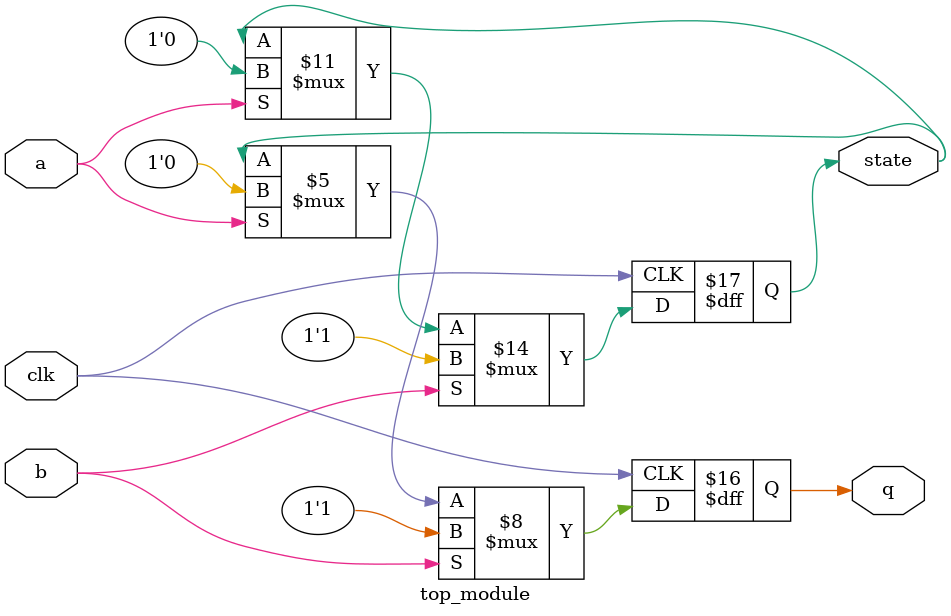
<source format=sv>
module top_module (
    input clk,
    input a,
    input b,
    output reg q,
    output reg state
);

always @(posedge clk) begin
    if (b == 1) begin
        q <= 1;
        state <= 1;
    end else if (a == 1) begin
        q <= 0;
        state <= 0;
    end else begin
        q <= state;
    end
end

endmodule

</source>
